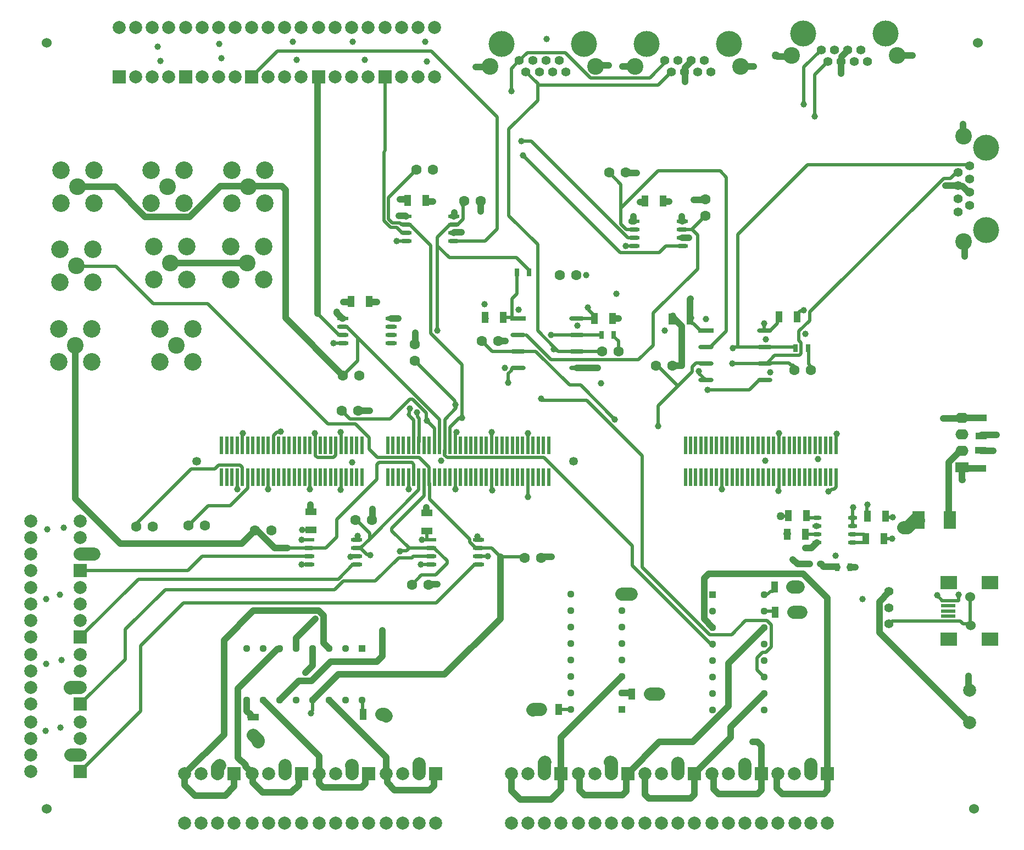
<source format=gtl>
G04*
G04 #@! TF.GenerationSoftware,Altium Limited,Altium Designer,20.1.8 (145)*
G04*
G04 Layer_Physical_Order=1*
G04 Layer_Color=255*
%FSLAX25Y25*%
%MOIN*%
G70*
G04*
G04 #@! TF.SameCoordinates,44B5AA11-E380-4430-9A95-22E2941CD606*
G04*
G04*
G04 #@! TF.FilePolarity,Positive*
G04*
G01*
G75*
%ADD13C,0.01968*%
%ADD20R,0.07480X0.10984*%
%ADD21R,0.04016X0.07165*%
%ADD22R,0.07165X0.04016*%
%ADD23O,0.07087X0.02362*%
%ADD24R,0.07087X0.02362*%
%ADD25O,0.09252X0.02559*%
%ADD26R,0.09252X0.02559*%
%ADD27R,0.02756X0.05118*%
%ADD28R,0.03150X0.03150*%
%ADD29R,0.09843X0.07874*%
%ADD30R,0.09055X0.01968*%
%ADD31O,0.05709X0.02362*%
%ADD32R,0.01968X0.10724*%
%ADD33R,0.01969X0.10724*%
%ADD66C,0.03937*%
%ADD67C,0.07874*%
%ADD68C,0.07874*%
%ADD69R,0.07874X0.07874*%
%ADD70C,0.05512*%
%ADD71C,0.15748*%
%ADD72C,0.10118*%
%ADD73C,0.06299*%
%ADD74R,0.07874X0.07874*%
%ADD75C,0.06000*%
%ADD76R,0.04449X0.04449*%
%ADD77C,0.04449*%
%ADD78R,0.07874X0.06299*%
%ADD79O,0.07874X0.06299*%
%ADD80R,0.04449X0.04449*%
%ADD81C,0.05307*%
%ADD82C,0.00100*%
%ADD83C,0.10630*%
%ADD84C,0.03937*%
%ADD85C,0.05000*%
D13*
X38500Y121441D02*
X73752Y156693D01*
X103703Y161902D02*
X112301Y170500D01*
X38520Y161902D02*
X103703D01*
X65842Y126079D02*
X90158Y150394D01*
X194965Y156693D02*
X203772Y165500D01*
X192863Y150394D02*
X197982Y155512D01*
X73752Y156693D02*
X194965D01*
X90158Y150394D02*
X192863D01*
X578543Y128937D02*
X578740Y128740D01*
X577969Y129511D02*
X578543Y128937D01*
X574032Y129511D02*
X577969D01*
X572441Y131102D02*
X574032Y129511D01*
X564961Y131102D02*
X572441D01*
X561417Y143701D02*
X564961D01*
X558268Y146850D02*
X561417Y143701D01*
X558268Y146850D02*
Y146850D01*
X571260Y143701D02*
Y147244D01*
X564961Y143701D02*
X571260D01*
X529560Y129528D02*
X531135Y131102D01*
X564961D01*
X529134Y129528D02*
X529560D01*
X112301Y170500D02*
X177000D01*
X70709Y188583D02*
X105681Y223555D01*
X104173Y189370D02*
X116061Y201257D01*
X36063Y347008D02*
X36614Y346457D01*
X60236D01*
X82677Y324016D02*
X115748D01*
X60236Y346457D02*
X82677Y324016D01*
X205345Y250953D02*
X213604Y242694D01*
Y235609D02*
Y242694D01*
X188811Y250953D02*
X205345D01*
X213604Y235609D02*
X218685Y230528D01*
X115748Y324016D02*
X188811Y250953D01*
X218685Y230528D02*
X244180D01*
X250204Y221500D02*
Y224503D01*
X244180Y230528D02*
X250204Y224503D01*
Y221500D02*
X250205Y221500D01*
X240756D02*
Y226406D01*
X219657Y227559D02*
X239603D01*
X218504Y226406D02*
X219657Y227559D01*
X218504Y217323D02*
Y226406D01*
X239603Y227559D02*
X240756Y226406D01*
X101181Y142126D02*
X254398D01*
X277772Y165500D01*
X75197Y116142D02*
X101181Y142126D01*
X176955Y175545D02*
X177000Y175500D01*
X164218Y175545D02*
X176955D01*
X164173Y175591D02*
X164218Y175545D01*
X187311Y175500D02*
X194095Y182283D01*
X177000Y175500D02*
X187311D01*
X194095Y182283D02*
Y192913D01*
X218504Y217323D01*
X237606Y211107D02*
X237606Y211107D01*
X243905Y210909D02*
Y221500D01*
X237606Y211107D02*
Y221500D01*
X213953Y180957D02*
X243905Y210909D01*
X142500Y461500D02*
X158165Y477165D01*
X251335D02*
X291339Y437161D01*
X158165Y477165D02*
X251335D01*
X469828Y286500D02*
X471000D01*
X468517Y287811D02*
X469828Y286500D01*
X527465Y194311D02*
X531453D01*
X515844Y194907D02*
Y201671D01*
X515993Y201820D01*
X283500Y315000D02*
X284000Y315500D01*
X283500Y315000D02*
X284252Y314248D01*
X578543Y128937D02*
Y145866D01*
X578346Y146063D02*
X578543Y145866D01*
X250386Y205248D02*
X274606Y181027D01*
Y179189D02*
Y181027D01*
X250386Y205248D02*
Y215000D01*
X462284Y234886D02*
Y245280D01*
X462247Y245317D02*
X462284Y245280D01*
X265953Y234886D02*
Y244727D01*
X266756Y245530D01*
Y246063D01*
X310047Y234886D02*
Y245278D01*
X284252Y314248D02*
Y314961D01*
X196661Y234886D02*
Y245858D01*
X196457Y246063D02*
X196661Y245858D01*
X206059Y170425D02*
X206134Y170500D01*
X202708Y170425D02*
X206059D01*
X202362Y170079D02*
X202708Y170425D01*
X496929Y234886D02*
Y243846D01*
X497316Y244232D01*
Y244765D01*
X525965Y181311D02*
X530953D01*
X459646Y137205D02*
X460236Y136614D01*
X453425Y137205D02*
X459646D01*
X506910Y193811D02*
X507013D01*
X507195Y193993D01*
Y200108D01*
X507480Y200394D01*
X506910Y188811D02*
Y193811D01*
X515844Y194907D02*
X515941Y194811D01*
X176896Y180604D02*
X177000Y180500D01*
X172955Y180604D02*
X176896D01*
X172850Y180709D02*
X172955Y180604D01*
X173228Y186614D02*
X178347D01*
X206134Y180500D02*
X206231D01*
X206413Y180682D01*
Y182791D01*
X206693Y183071D01*
X248911Y180604D02*
X250896D01*
X245774D02*
X248911D01*
X248819Y180697D02*
X248911Y180604D01*
X250896D02*
X251000Y180500D01*
X245669Y180709D02*
X245774Y180604D01*
X248819Y180697D02*
Y185827D01*
X280002Y180500D02*
X280134D01*
X279820Y180682D02*
X280002Y180500D01*
X279820Y180682D02*
Y182341D01*
X279506Y182655D02*
X279820Y182341D01*
X280134Y170500D02*
X280148Y170486D01*
X285813D01*
X285827Y170472D01*
X288000Y234886D02*
Y245874D01*
X288189Y246063D01*
X295276Y315500D02*
X300153D01*
X324000Y305000D02*
X339827D01*
X473512Y317575D02*
X475378Y319441D01*
X476886D02*
X477262Y319818D01*
X475378Y319441D02*
X476886D01*
X339827Y315000D02*
X350488D01*
X346457Y321654D02*
X346833Y321277D01*
Y320230D02*
Y321277D01*
Y320230D02*
X350488Y316575D01*
X208496Y175500D02*
X212360Y171636D01*
X214190D01*
X214567Y171260D01*
X232283Y173594D02*
X232660Y173971D01*
X236471D01*
X240501Y170500D02*
X251000D01*
X239643Y169642D02*
X240501Y170500D01*
X217559Y155512D02*
X231689Y169642D01*
X239643D01*
X236471Y173971D02*
X238000Y175500D01*
X288402Y210630D02*
Y211163D01*
X288000Y211564D02*
Y221500D01*
Y211564D02*
X288402Y211163D01*
X230500Y362000D02*
X236000D01*
X192000Y300000D02*
X197866D01*
X180913Y233508D02*
Y234886D01*
Y245280D01*
X180812Y245382D02*
X180913Y245280D01*
X196514Y210961D02*
X196661Y211108D01*
Y221500D01*
X248442Y253168D02*
Y257588D01*
Y253168D02*
X248819Y252791D01*
X270000Y254547D02*
Y286910D01*
X342055Y274558D02*
X362874Y253740D01*
X345669Y265354D02*
X379528Y231496D01*
X318898Y265354D02*
X345669D01*
X379528Y163891D02*
Y231496D01*
X473512Y316000D02*
Y317575D01*
X427638Y211107D02*
Y221500D01*
X136819Y234886D02*
Y245281D01*
X136912Y245374D01*
X139969Y211817D02*
Y221500D01*
X129409Y201257D02*
X139969Y211817D01*
X133669Y211107D02*
Y221500D01*
X116061Y201257D02*
X129409D01*
X155717Y234886D02*
Y243889D01*
X157655Y245827D01*
X159751D01*
X160128Y246203D01*
X152567Y211107D02*
Y221500D01*
X152567Y211107D02*
X152567Y211107D01*
X177764D02*
Y221500D01*
X177764Y211107D02*
X177764Y211107D01*
X181095Y231702D02*
Y233327D01*
Y231702D02*
X182257Y230540D01*
X192168D01*
X193512Y231883D02*
Y234886D01*
X192168Y230540D02*
X193512Y231883D01*
X180913Y233508D02*
X181095Y233327D01*
X455256Y287811D02*
X468517D01*
X454945Y287500D02*
X455256Y287811D01*
X412142D02*
X417689D01*
X409826Y285495D02*
X412142Y287811D01*
X409826Y282672D02*
Y285495D01*
X417689Y287811D02*
X418000Y287500D01*
X400978Y273825D02*
X409826Y282672D01*
X413779Y281721D02*
Y283070D01*
Y281721D02*
X418000Y277500D01*
X310236Y206693D02*
Y209842D01*
X310047Y210032D02*
X310236Y209842D01*
X310047Y210032D02*
Y221500D01*
X462284Y210315D02*
Y221500D01*
X462205Y210236D02*
X462284Y210315D01*
X255000Y359055D02*
Y364228D01*
Y307500D02*
Y359055D01*
X310827Y342913D02*
Y344094D01*
X303150Y351772D02*
X310827Y344094D01*
X262283Y351772D02*
X303150D01*
X255000Y359055D02*
X262283Y351772D01*
X300654Y315000D02*
X300673D01*
X303346Y329801D02*
Y342913D01*
X300378Y326833D02*
X303346Y329801D01*
X300378Y315295D02*
Y326833D01*
Y315295D02*
X300673Y315000D01*
X302327D01*
X291339Y369291D02*
Y437161D01*
X265134Y362000D02*
X284047D01*
X291339Y369291D01*
X262803Y234886D02*
Y248803D01*
X265953Y211107D02*
Y221500D01*
X496929Y212497D02*
Y221500D01*
X495586Y211154D02*
X496929Y212497D01*
X494364Y211154D02*
X495586D01*
X493052Y209842D02*
X494364Y211154D01*
X492520Y209842D02*
X493052D01*
X120019Y223555D02*
X122310Y225846D01*
X136638Y223059D02*
X136819Y222878D01*
X135475Y225846D02*
X136638Y224684D01*
X122310Y225846D02*
X135475D01*
X105681Y223555D02*
X120019D01*
X136638Y223059D02*
Y224684D01*
X136819Y221500D02*
Y222878D01*
X206886Y296063D02*
Y303343D01*
Y289327D02*
Y296063D01*
X195504Y305000D02*
X197866D01*
X182500Y318004D02*
X195504Y305000D01*
X179409Y76793D02*
Y83189D01*
X178347Y75730D02*
X179409Y76793D01*
X178347Y75197D02*
Y75730D01*
X172850Y165500D02*
X177000D01*
X280134Y175500D02*
X287910D01*
X277878D02*
X280134D01*
X293307Y170079D02*
Y170103D01*
X287910Y175500D02*
X293307Y170103D01*
Y170079D02*
X307716D01*
X308110Y169685D01*
X245540Y159084D02*
X253965D01*
X261057Y166175D01*
X253491Y175371D02*
X261057Y167806D01*
Y166175D02*
Y167806D01*
X251000Y175500D02*
X251129Y175371D01*
X253491D01*
X239606Y153150D02*
X245540Y159084D01*
X213953Y180957D02*
Y184472D01*
X205913Y192512D02*
X213953Y184472D01*
X208496Y175500D02*
X213953Y180957D01*
X238420Y265979D02*
X240051D01*
X242987Y255211D02*
X244087Y254112D01*
X242987Y255211D02*
Y257453D01*
X242610Y257830D02*
X242987Y257453D01*
X226362Y253921D02*
X238420Y265979D01*
X240051D02*
X248442Y257588D01*
X206886Y303343D02*
X256500Y253728D01*
Y242844D02*
Y253728D01*
X237966Y259935D02*
X238342Y260312D01*
X237966Y256966D02*
Y259935D01*
X202221Y253921D02*
X226362D01*
X237500Y256500D02*
X237966Y256966D01*
X197087Y259055D02*
X202221Y253921D01*
X200228Y310000D02*
X206886Y303343D01*
X197874Y280315D02*
X206886Y289327D01*
X288307Y295000D02*
X304000D01*
X282126Y301181D02*
X288307Y295000D01*
X269291Y386614D02*
X270120Y385786D01*
X270661Y375165D02*
Y383296D01*
X270120Y383837D02*
X270661Y383296D01*
X270120Y383837D02*
Y385786D01*
X267496Y372000D02*
X270661Y375165D01*
X265134Y372000D02*
X267496D01*
X409315Y369000D02*
X417717Y377402D01*
X403634Y369000D02*
X409315D01*
X388930Y404413D02*
X426689D01*
X430500Y307193D02*
Y400602D01*
X426689Y404413D02*
X430500Y400602D01*
X325813Y296391D02*
X326190Y296014D01*
X327396D02*
X327802Y295608D01*
X315973Y307437D02*
Y359955D01*
X326416Y296994D02*
X328410Y295000D01*
X315973Y307437D02*
X326416Y296994D01*
X326190Y296014D02*
X327396D01*
X298532Y377396D02*
Y429914D01*
Y377396D02*
X315973Y359955D01*
X298532Y429914D02*
X315973Y447356D01*
X388976Y261823D02*
X400978Y273825D01*
X387795Y286221D02*
X388583D01*
X400978Y273825D01*
X226633Y370079D02*
X230559D01*
X222579Y415889D02*
X223461Y416771D01*
X235871Y367129D02*
X236000Y367000D01*
X233531Y372000D02*
X236000D01*
X222579Y374133D02*
Y415889D01*
X225547Y388303D02*
X242362Y405118D01*
X222579Y374133D02*
X226633Y370079D01*
X230559D02*
X233509Y367129D01*
X225547Y375363D02*
Y388303D01*
X227863Y373047D02*
X232484D01*
X223461Y416771D02*
Y461480D01*
X233509Y367129D02*
X235871D01*
X225547Y375363D02*
X227863Y373047D01*
X232484D02*
X233531Y372000D01*
X359291Y403543D02*
X366520Y396315D01*
Y382003D02*
Y396315D01*
X241339Y289370D02*
X265671Y265038D01*
Y262829D02*
Y265038D01*
Y262829D02*
X266047Y262453D01*
X467441Y194811D02*
X467941Y195311D01*
X463453Y194811D02*
X467441D01*
X277696Y175682D02*
X277878Y175500D01*
X277696Y175682D02*
Y176099D01*
X274606Y179189D02*
X277696Y176099D01*
X247055Y207291D02*
Y221500D01*
X227447Y186053D02*
X238000Y175500D01*
X227447Y186053D02*
Y187683D01*
X247055Y207291D01*
X350488Y315000D02*
Y316575D01*
X453816Y307500D02*
X453827D01*
X453543Y307773D02*
X453816Y307500D01*
X453543Y307773D02*
Y311748D01*
X479787Y408287D02*
X572956D01*
X437500Y366000D02*
X479787Y408287D01*
X437500Y297500D02*
Y366000D01*
X481158Y313713D02*
Y318748D01*
X562413Y400003D01*
X566489D01*
X474565Y301678D02*
X475862Y300381D01*
X459902Y292457D02*
X474700D01*
X474565Y301678D02*
Y307120D01*
X475862Y293619D02*
Y300381D01*
X474565Y307120D02*
X481158Y313713D01*
X437500Y297500D02*
X453827D01*
X366520Y372378D02*
Y382003D01*
X388930Y404413D01*
X369898Y369000D02*
X374500D01*
X366520Y372378D02*
X369898Y369000D01*
X370700Y364000D02*
X374500D01*
X312200Y422500D02*
X370700Y364000D01*
X306000Y422500D02*
X312200D01*
X251047Y305863D02*
Y359315D01*
X238491Y371871D02*
X251047Y359315D01*
X236129Y371871D02*
X238491D01*
X393771Y359000D02*
X403634D01*
X389818Y355047D02*
X393771Y359000D01*
X365953Y355047D02*
X389818D01*
X209409Y83189D02*
X209823Y82776D01*
Y74823D02*
Y82776D01*
Y74823D02*
X210236Y74410D01*
X328780Y77598D02*
X335945D01*
X328740Y77559D02*
X328780Y77598D01*
X453425Y147205D02*
X453900Y147679D01*
X455553D01*
X457244Y149370D01*
X458819D01*
X459842Y150394D01*
Y151969D01*
X314802Y295000D02*
X335244Y274558D01*
X304000Y295000D02*
X314802D01*
X335244Y274558D02*
X342055D01*
X388976Y249606D02*
Y261823D01*
X318110Y266142D02*
X318898Y265354D01*
X420422Y122996D02*
X433587D01*
X442004Y131413D02*
X455168D01*
X457634Y128948D01*
X379528Y163891D02*
X420422Y122996D01*
X449217Y101413D02*
X453425Y97205D01*
X449217Y108948D02*
X452473Y112205D01*
X454377D01*
X457634Y115461D02*
Y128948D01*
X454377Y112205D02*
X457634Y115461D01*
X433587Y122996D02*
X442004Y131413D01*
X449217Y101413D02*
Y108948D01*
X259472Y232064D02*
Y235039D01*
X266424Y260445D02*
Y262076D01*
Y260445D02*
X266435Y260435D01*
X259653Y253654D02*
X266435Y260435D01*
X373446Y164743D02*
X422441Y115748D01*
X251047Y305863D02*
X270000Y286910D01*
X266047Y262453D02*
X266424Y262076D01*
X319759Y230540D02*
X373446Y176852D01*
X422165Y117205D02*
X422441Y116929D01*
X373446Y164743D02*
Y176852D01*
X422441Y115748D02*
Y116929D01*
X260997Y230540D02*
X319759D01*
X259653Y234886D02*
Y253654D01*
X259472Y232064D02*
X260997Y230540D01*
X253354Y234886D02*
Y248220D01*
X248819Y252756D02*
X253354Y248220D01*
X256500Y242844D02*
X256504Y242840D01*
Y234886D02*
Y242840D01*
X262803Y248803D02*
X268547Y254547D01*
X238000Y175500D02*
X251000D01*
X197982Y155512D02*
X217559D01*
X277772Y165500D02*
X280134D01*
X203772D02*
X206134D01*
Y175500D02*
X208496D01*
X38575Y39961D02*
X75197Y76583D01*
Y116142D01*
X38575Y80807D02*
X65842Y108075D01*
Y126079D01*
X377213Y289866D02*
X386000Y298653D01*
X324134Y289866D02*
X377213D01*
X309000Y305000D02*
X324134Y289866D01*
X386000Y298653D02*
Y318092D01*
X315973Y447356D02*
Y456500D01*
Y457432D01*
X386000Y318092D02*
X412953Y345045D01*
Y365637D01*
X403709Y368925D02*
X409665D01*
X403634Y369000D02*
X403709Y368925D01*
X409665D02*
X412953Y365637D01*
X418000Y297500D02*
X421187D01*
X421459Y297773D01*
Y298152D01*
X430500Y307193D01*
X307000Y414000D02*
X365953Y355047D01*
X369500Y359000D02*
X374500D01*
X182500Y460961D02*
X183020Y461480D01*
X152500Y462000D02*
X152520Y461980D01*
X245000Y165500D02*
X251000D01*
X236000Y372000D02*
X236129Y371871D01*
X262772Y372000D02*
X265134D01*
X255000Y364228D02*
X262772Y372000D01*
X197866Y310000D02*
X200228D01*
X244087Y240000D02*
Y254112D01*
X298000Y276000D02*
Y281410D01*
X299953Y283363D01*
Y284139D01*
X383953Y460953D02*
X394500Y471500D01*
X392969D02*
X394500D01*
X309630Y476248D02*
X332787D01*
X316905Y456500D02*
X388992D01*
X304890Y471508D02*
X309630Y476248D01*
X348083Y460953D02*
X383953D01*
X388992Y456500D02*
X396984Y464492D01*
X332787Y476248D02*
X348083Y460953D01*
X300000Y466618D02*
X304890Y471508D01*
X300000Y453000D02*
Y466618D01*
X315973Y457432D02*
X316905Y456500D01*
X328410Y295000D02*
X339827D01*
X308906Y464500D02*
X315973Y457432D01*
X339827Y305000D02*
X354760D01*
X364957Y295043D02*
X365000Y295000D01*
X364957Y295043D02*
Y301102D01*
X362240Y303819D02*
X364957Y301102D01*
X362240Y303819D02*
Y305000D01*
X339827Y295000D02*
X355000D01*
X237500Y256500D02*
X240756Y253244D01*
Y234886D02*
Y253244D01*
X268547Y254547D02*
X270000D01*
X300813Y285000D02*
X304000D01*
X299953Y284139D02*
X300813Y285000D01*
X300153Y315500D02*
X300654Y315000D01*
X484000Y463008D02*
X491984Y470992D01*
X484000Y437500D02*
Y463008D01*
X477500Y445000D02*
Y467531D01*
X487968Y478000D01*
X453827Y287500D02*
X454945D01*
X459902Y292457D01*
X570033Y403547D02*
X570992D01*
X566489Y400003D02*
X570033Y403547D01*
X474700Y292457D02*
X475862Y293619D01*
X434500Y297000D02*
X435033D01*
X435533Y297500D01*
X437500D01*
X577322Y408241D02*
X578000Y407563D01*
X573002Y408241D02*
X577322D01*
X572956Y408287D02*
X573002Y408241D01*
X434000Y287500D02*
X453827D01*
Y297500D02*
X472106D01*
X472500Y297000D02*
Y297106D01*
X472106Y297500D02*
X472500Y297106D01*
X480374Y287126D02*
X481000Y286500D01*
X480374Y287126D02*
Y296606D01*
X479980Y297000D02*
X480374Y296606D01*
X419000Y271500D02*
X444480D01*
X450480Y277500D02*
X453827D01*
X444480Y271500D02*
X450480Y277500D01*
X453827Y307500D02*
X457173D01*
X461465Y311791D01*
Y314976D01*
X462488Y316000D01*
X414653Y307500D02*
X418000D01*
X410252Y311902D02*
X414653Y307500D01*
X409547Y311902D02*
X410252D01*
X478465Y183811D02*
X485453D01*
X479988Y193811D02*
X485453D01*
X478965Y194835D02*
X479988Y193811D01*
X478965Y194835D02*
Y195311D01*
X506910Y178811D02*
X513917D01*
X514941Y179835D01*
Y181311D01*
X506910Y183811D02*
X513917D01*
X514941Y182787D01*
Y181311D02*
Y182787D01*
X526965Y194811D02*
X527465Y194311D01*
D20*
X546951Y192500D02*
D03*
X566049D02*
D03*
D21*
X317717Y77559D02*
D03*
X328740D02*
D03*
X221260Y74410D02*
D03*
X210236D02*
D03*
X248031Y386614D02*
D03*
X237008D02*
D03*
X361512Y315000D02*
D03*
X350488D02*
D03*
X284000Y315500D02*
D03*
X295024D02*
D03*
X471260Y136614D02*
D03*
X460236D02*
D03*
X526965Y194811D02*
D03*
X515941D02*
D03*
X525965Y181311D02*
D03*
X514941D02*
D03*
X467441Y183811D02*
D03*
X478465D02*
D03*
X381102Y386221D02*
D03*
X392126D02*
D03*
X462488Y316000D02*
D03*
X473512D02*
D03*
X478965Y195311D02*
D03*
X467941D02*
D03*
X408524Y314500D02*
D03*
X397500D02*
D03*
X459842Y151969D02*
D03*
X470866D02*
D03*
X202756Y325197D02*
D03*
X213779D02*
D03*
X373228Y87008D02*
D03*
X384252D02*
D03*
D22*
X143307Y61811D02*
D03*
Y72835D02*
D03*
X178347Y197638D02*
D03*
Y186614D02*
D03*
X584646Y224016D02*
D03*
Y235039D02*
D03*
X585039Y254724D02*
D03*
Y243701D02*
D03*
X248819Y185827D02*
D03*
Y196850D02*
D03*
D23*
X403634Y359000D02*
D03*
Y364000D02*
D03*
Y369000D02*
D03*
Y374000D02*
D03*
X374500Y359000D02*
D03*
Y364000D02*
D03*
Y369000D02*
D03*
X206134Y165500D02*
D03*
Y170500D02*
D03*
Y175500D02*
D03*
Y180500D02*
D03*
X177000Y165500D02*
D03*
Y170500D02*
D03*
Y175500D02*
D03*
X251000D02*
D03*
Y170500D02*
D03*
Y165500D02*
D03*
X280134Y180500D02*
D03*
Y175500D02*
D03*
Y170500D02*
D03*
Y165500D02*
D03*
X236000Y372000D02*
D03*
Y367000D02*
D03*
Y362000D02*
D03*
X265134Y377000D02*
D03*
Y372000D02*
D03*
Y367000D02*
D03*
Y362000D02*
D03*
X197866Y310000D02*
D03*
Y305000D02*
D03*
Y300000D02*
D03*
X227000Y315000D02*
D03*
Y310000D02*
D03*
Y305000D02*
D03*
Y300000D02*
D03*
D24*
X374500Y374000D02*
D03*
X177000Y180500D02*
D03*
X251000D02*
D03*
X236000Y377000D02*
D03*
X197866Y315000D02*
D03*
D25*
X453827Y277500D02*
D03*
Y287500D02*
D03*
Y297500D02*
D03*
Y307500D02*
D03*
X418000Y277500D02*
D03*
Y287500D02*
D03*
Y297500D02*
D03*
X339827Y285000D02*
D03*
Y295000D02*
D03*
Y305000D02*
D03*
Y315000D02*
D03*
X304000Y285000D02*
D03*
Y295000D02*
D03*
Y305000D02*
D03*
D26*
X418000Y307500D02*
D03*
X304000Y315000D02*
D03*
D27*
X479980Y297000D02*
D03*
X472500D02*
D03*
X362240Y305000D02*
D03*
X354760D02*
D03*
X497835Y163779D02*
D03*
X505315D02*
D03*
X303346Y342913D02*
D03*
X310827D02*
D03*
D28*
X481004Y165748D02*
D03*
X487500D02*
D03*
D29*
X590551Y154724D02*
D03*
X565354D02*
D03*
Y120079D02*
D03*
X590551D02*
D03*
D30*
X564961Y131102D02*
D03*
Y134252D02*
D03*
Y137402D02*
D03*
Y140551D02*
D03*
Y143701D02*
D03*
D31*
X506910Y178811D02*
D03*
Y183811D02*
D03*
Y188811D02*
D03*
Y193811D02*
D03*
X485453Y178811D02*
D03*
Y183811D02*
D03*
Y188811D02*
D03*
Y193811D02*
D03*
D32*
X496929Y237886D02*
D03*
Y218500D02*
D03*
X493780Y237886D02*
D03*
Y218500D02*
D03*
X490630Y237886D02*
D03*
Y218500D02*
D03*
X487480Y237886D02*
D03*
Y218500D02*
D03*
X484331Y237886D02*
D03*
Y218500D02*
D03*
X481181Y237886D02*
D03*
Y218500D02*
D03*
X478031Y237886D02*
D03*
Y218500D02*
D03*
X474882Y237886D02*
D03*
Y218500D02*
D03*
X471732Y237886D02*
D03*
Y218500D02*
D03*
X468583Y237886D02*
D03*
Y218500D02*
D03*
X465433D02*
D03*
X462284Y237886D02*
D03*
Y218500D02*
D03*
X459134Y237886D02*
D03*
Y218500D02*
D03*
X455984Y237886D02*
D03*
Y218500D02*
D03*
X452835Y237886D02*
D03*
Y218500D02*
D03*
X449685Y237886D02*
D03*
Y218500D02*
D03*
X446535Y237886D02*
D03*
Y218500D02*
D03*
X443386Y237886D02*
D03*
Y218500D02*
D03*
X440236Y237886D02*
D03*
Y218500D02*
D03*
X437087Y237886D02*
D03*
Y218500D02*
D03*
X433937Y237886D02*
D03*
Y218500D02*
D03*
X430787Y237886D02*
D03*
Y218500D02*
D03*
X427638Y237886D02*
D03*
Y218500D02*
D03*
X424488Y237886D02*
D03*
Y218500D02*
D03*
X421339Y237886D02*
D03*
Y218500D02*
D03*
X418189Y237886D02*
D03*
Y218500D02*
D03*
X415039Y237886D02*
D03*
Y218500D02*
D03*
X411890Y237886D02*
D03*
Y218500D02*
D03*
X408740Y237886D02*
D03*
Y218500D02*
D03*
X405590Y237886D02*
D03*
X405590Y218500D02*
D03*
X322646Y237886D02*
D03*
Y218500D02*
D03*
X319496Y237886D02*
D03*
Y218500D02*
D03*
X316347Y237886D02*
D03*
Y218500D02*
D03*
X313197Y237886D02*
D03*
Y218500D02*
D03*
X310047Y237886D02*
D03*
Y218500D02*
D03*
X306898Y237886D02*
D03*
Y218500D02*
D03*
X303748Y237886D02*
D03*
Y218500D02*
D03*
X300598Y237886D02*
D03*
Y218500D02*
D03*
X297449Y237886D02*
D03*
Y218500D02*
D03*
X294299Y237886D02*
D03*
Y218500D02*
D03*
X291150Y237886D02*
D03*
Y218500D02*
D03*
X288000Y237886D02*
D03*
Y218500D02*
D03*
X284850Y237886D02*
D03*
Y218500D02*
D03*
X281701Y237886D02*
D03*
Y218500D02*
D03*
X278551Y237886D02*
D03*
Y218500D02*
D03*
X275402Y237886D02*
D03*
Y218500D02*
D03*
X272252Y237886D02*
D03*
Y218500D02*
D03*
X269102Y237886D02*
D03*
Y218500D02*
D03*
X265953Y237886D02*
D03*
X262803D02*
D03*
Y218500D02*
D03*
X259653Y237886D02*
D03*
Y218500D02*
D03*
X256504Y237886D02*
D03*
Y218500D02*
D03*
X253354Y237886D02*
D03*
Y218500D02*
D03*
X250205Y237886D02*
D03*
X247055D02*
D03*
Y218500D02*
D03*
X243905Y237886D02*
D03*
Y218500D02*
D03*
X240756Y237886D02*
D03*
Y218500D02*
D03*
X237606Y237886D02*
D03*
Y218500D02*
D03*
X234457Y237886D02*
D03*
Y218500D02*
D03*
X231307Y237886D02*
D03*
Y218500D02*
D03*
X228157Y237886D02*
D03*
Y218500D02*
D03*
X225008Y237886D02*
D03*
Y218500D02*
D03*
X209260Y237886D02*
D03*
Y218500D02*
D03*
X206110Y237886D02*
D03*
Y218500D02*
D03*
X202961Y237886D02*
D03*
Y218500D02*
D03*
X199811Y237886D02*
D03*
Y218500D02*
D03*
X196661Y237886D02*
D03*
Y218500D02*
D03*
X193512Y237886D02*
D03*
Y218500D02*
D03*
X190362Y237886D02*
D03*
Y218500D02*
D03*
X187213Y237886D02*
D03*
Y218500D02*
D03*
X184063Y237886D02*
D03*
Y218500D02*
D03*
X180913Y237886D02*
D03*
Y218500D02*
D03*
X177764Y237886D02*
D03*
Y218500D02*
D03*
X174614Y237886D02*
D03*
Y218500D02*
D03*
X171465Y237886D02*
D03*
Y218500D02*
D03*
X168315Y237886D02*
D03*
Y218500D02*
D03*
X165165Y237886D02*
D03*
Y218500D02*
D03*
X162016Y237886D02*
D03*
Y218500D02*
D03*
X158866Y237886D02*
D03*
Y218500D02*
D03*
X155717Y237886D02*
D03*
Y218500D02*
D03*
X152567Y237886D02*
D03*
Y218500D02*
D03*
X149417Y237886D02*
D03*
Y218500D02*
D03*
X146268Y237886D02*
D03*
Y218500D02*
D03*
X143118Y237886D02*
D03*
Y218500D02*
D03*
X139969Y237886D02*
D03*
X139969Y218500D02*
D03*
X136819Y237886D02*
D03*
Y218500D02*
D03*
X133669Y237886D02*
D03*
X133669Y218500D02*
D03*
X130520Y237886D02*
D03*
Y218500D02*
D03*
X127370Y237886D02*
D03*
Y218500D02*
D03*
X124221Y237886D02*
D03*
Y218500D02*
D03*
D33*
X465433Y237886D02*
D03*
X265953Y218500D02*
D03*
X250205D02*
D03*
D66*
X104770Y376598D02*
X123447Y395276D01*
X140157D02*
X140551Y394882D01*
X123447Y395276D02*
X140157D01*
X140551Y394882D02*
X140945Y395276D01*
X160686D01*
X162992Y392969D01*
Y315197D02*
Y392969D01*
X77908Y376598D02*
X104770D01*
X36614Y394882D02*
X59624D01*
X77908Y376598D01*
X162992Y315197D02*
X197874Y280315D01*
X194095Y318150D02*
X197244Y315000D01*
X194095Y318150D02*
Y318898D01*
X62811Y178134D02*
X136402D01*
X35433Y205512D02*
Y298425D01*
Y205512D02*
X62811Y178134D01*
X136402D02*
X144488Y186221D01*
X93071Y348661D02*
X93189Y348543D01*
X139646D01*
X139764Y348425D01*
X169409Y120984D02*
X181102Y132677D01*
X169409Y114449D02*
Y120984D01*
X186039Y117819D02*
Y134722D01*
X143464Y137614D02*
X183147D01*
X125591Y119741D02*
X143464Y137614D01*
X186039Y117819D02*
X189409Y114449D01*
X183147Y137614D02*
X186039Y134722D01*
X145836Y186221D02*
X156466Y175591D01*
X144488Y186221D02*
X145836D01*
X156466Y175591D02*
X164173D01*
X470866Y168504D02*
X473622Y165748D01*
X481004D01*
X487500D02*
X487992D01*
X489370Y164370D01*
X497244D01*
X497835Y163779D01*
Y163779D02*
Y163779D01*
X491890Y28684D02*
Y38484D01*
X419629Y159843D02*
X477165D01*
X491890Y145118D01*
Y38484D02*
Y145118D01*
X397500Y316185D02*
X403543Y310142D01*
X416972Y157186D02*
X419629Y159843D01*
X416972Y132536D02*
Y157186D01*
X523410Y143062D02*
X529134Y148786D01*
X523410Y124228D02*
Y143062D01*
Y124228D02*
X577953Y69685D01*
X585433Y244094D02*
X594488D01*
X585039Y243701D02*
X585433Y244094D01*
X585039Y234646D02*
X592520D01*
X584646Y235039D02*
X585039Y234646D01*
X141732Y72835D02*
X143307D01*
X141693Y72874D02*
X141732Y72835D01*
X141693Y72874D02*
Y74449D01*
X139507Y76634D02*
X141693Y74449D01*
X139507Y76634D02*
Y83091D01*
X139409Y83189D02*
X139507Y83091D01*
X373228Y87008D02*
Y87461D01*
X373189Y87501D02*
X373228Y87461D01*
X367303Y87501D02*
X373189D01*
X367205Y87598D02*
X367303Y87501D01*
X485354Y178811D02*
X485453D01*
X482134Y175591D02*
X485354Y178811D01*
X478346Y175591D02*
X482134D01*
X403543Y286221D02*
Y310142D01*
X573551Y217000D02*
Y224449D01*
Y217000D02*
X573622Y216929D01*
X403634Y364000D02*
X403854Y363779D01*
X407874D01*
X403543Y374091D02*
X403634Y374000D01*
X403543Y374091D02*
Y376772D01*
X373244Y374016D02*
X374484D01*
X373228D02*
X373244D01*
X374016Y374787D01*
Y376772D01*
X374484Y374016D02*
X374500Y374000D01*
X381102Y385472D02*
Y386221D01*
X381063Y385433D02*
X381102Y385472D01*
X377953Y385433D02*
X381063D01*
X265134Y367000D02*
X265457Y367323D01*
X269685D01*
X265134Y377000D02*
X265354Y377221D01*
Y379134D01*
X235835Y377165D02*
X236000Y377000D01*
X231890Y377165D02*
X235835D01*
X237008Y386614D02*
Y387362D01*
X236968Y387402D02*
X237008Y387362D01*
X232283Y387402D02*
X236968D01*
X202756Y324843D02*
Y325197D01*
X202716Y324803D02*
X202756Y324843D01*
X198031Y324803D02*
X202716D01*
X197244Y315000D02*
X197866D01*
X227000D02*
X227039Y314961D01*
X231496D01*
X451870Y38484D02*
Y55620D01*
X446520Y57926D02*
X449564D01*
X451870Y28684D02*
Y38484D01*
X449564Y57926D02*
X451870Y55620D01*
X408524Y314500D02*
Y326634D01*
X361512Y315000D02*
X365000D01*
X408524Y326634D02*
X408661Y326772D01*
X215748Y192756D02*
Y199213D01*
X215512Y192520D02*
X215748Y192756D01*
X565354Y227537D02*
X572266Y234449D01*
X565354Y195617D02*
Y227537D01*
X318504Y170079D02*
X324410D01*
X318110Y169685D02*
X318504Y170079D01*
X177953Y197677D02*
X177992Y197638D01*
X178347D01*
X177953Y197677D02*
Y201969D01*
X259449Y98819D02*
X293307Y132677D01*
Y170079D01*
X249606Y153150D02*
X250000Y153543D01*
X255118D01*
X207087Y259055D02*
X214173D01*
X292126Y301181D02*
X296457D01*
X281260Y386221D02*
X281496Y385984D01*
Y379921D02*
Y385984D01*
X417323Y387008D02*
X417717Y387402D01*
X410630Y387008D02*
X417323D01*
X397795Y286221D02*
X403543D01*
X369291Y403543D02*
X369685Y403150D01*
X375984D01*
X241339Y299370D02*
X241732Y299764D01*
Y306299D01*
X505315Y163779D02*
X508661D01*
X248465Y196850D02*
X248819D01*
X248425Y196890D02*
X248465Y196850D01*
X248425Y196890D02*
Y200394D01*
X213779Y324843D02*
Y325197D01*
Y324843D02*
X213819Y324803D01*
X218504D01*
X573551Y254449D02*
X573787Y254685D01*
X583425D01*
X583465Y254724D01*
X583032Y224055D02*
X583071Y224016D01*
X573945Y224055D02*
X583032D01*
X573551Y224449D02*
X573945Y224055D01*
X577559Y89764D02*
X577953Y89370D01*
X577559Y89764D02*
Y98032D01*
X529134Y148786D02*
Y149213D01*
X572266Y234449D02*
X573551D01*
X573433Y254331D02*
X573551Y254449D01*
X562205Y254331D02*
X573433D01*
X574000Y425973D02*
Y433000D01*
X392126Y385866D02*
Y386221D01*
Y385866D02*
X392165Y385827D01*
X395669D01*
X248031Y385866D02*
Y386614D01*
Y385866D02*
X248071Y385827D01*
X252362D01*
X142598Y38583D02*
Y39054D01*
X138795Y42857D02*
X142598Y39054D01*
X134216Y48328D02*
Y90399D01*
Y48328D02*
X138795Y43749D01*
Y42857D02*
Y43749D01*
X339827Y285000D02*
X352500D01*
X410107Y57802D02*
X431717Y79413D01*
Y105497D02*
X453425Y127205D01*
X431717Y79413D02*
Y105497D01*
X416972Y132536D02*
X422165Y127343D01*
Y127205D02*
Y127343D01*
X433238Y67018D02*
X453425Y87205D01*
X433238Y60640D02*
Y67018D01*
X411181Y38583D02*
X433238Y60640D01*
X370630Y38583D02*
X389850Y57802D01*
X410107D01*
X330079Y38583D02*
Y60473D01*
X367205Y97598D01*
X464399Y26378D02*
X489583D01*
X491890Y28684D01*
X461136Y29640D02*
X464399Y26378D01*
X461136Y37731D02*
X461890Y38484D01*
X461136Y29640D02*
Y37731D01*
X425591Y26378D02*
X449564D01*
X451870Y28684D01*
X421870Y38484D02*
X422623Y37731D01*
Y29345D02*
Y37731D01*
Y29345D02*
X425591Y26378D01*
X383487Y23622D02*
X408875D01*
X411181Y25928D02*
Y38583D01*
X408875Y23622D02*
X411181Y25928D01*
X381181D02*
Y38583D01*
Y25928D02*
X383487Y23622D01*
X369685Y37638D02*
X370630Y38583D01*
X369685Y27953D02*
Y37638D01*
X344488Y25591D02*
X367323D01*
X369685Y27953D01*
X340630Y38583D02*
X341339Y37874D01*
Y28740D02*
Y37874D01*
Y28740D02*
X344488Y25591D01*
X330079Y28898D02*
Y38583D01*
X324016Y22835D02*
X330079Y28898D01*
X305512Y22835D02*
X324016D01*
X300079Y28268D02*
X305512Y22835D01*
X300079Y28268D02*
Y38583D01*
X179409Y83189D02*
X195039Y98819D01*
X259449D01*
X190551Y106693D02*
X218504D01*
X178848Y94990D02*
X190551Y106693D01*
X218504D02*
X221654Y109843D01*
Y125591D01*
X183307Y38583D02*
X183391Y38499D01*
X183307Y37517D02*
Y49291D01*
X149409Y83189D02*
X183307Y49291D01*
X159409Y83189D02*
X171210Y94990D01*
X178848D01*
X179409Y104213D02*
Y114449D01*
X175197Y100000D02*
X179409Y104213D01*
X125591Y62283D02*
Y119741D01*
X101890Y38583D02*
X125591Y62283D01*
X134216Y90399D02*
X158169Y114351D01*
X229134Y28740D02*
X250394D01*
X252990Y31336D01*
Y37478D01*
X254095Y38583D01*
X224095D02*
X224716Y37962D01*
Y33158D02*
Y37962D01*
Y33158D02*
X229134Y28740D01*
X185697Y30315D02*
X209032D01*
X211339Y32621D01*
Y36614D01*
X213307Y38583D01*
X183391Y32621D02*
Y38499D01*
Y32621D02*
X185697Y30315D01*
X149213Y27165D02*
X166535D01*
X171100Y37084D02*
X172598Y38583D01*
X171100Y31730D02*
Y37084D01*
X166535Y27165D02*
X171100Y31730D01*
X142598Y38583D02*
X143220Y37962D01*
Y33158D02*
Y37962D01*
Y33158D02*
X149213Y27165D01*
X101890Y31440D02*
Y38583D01*
X131890Y30796D02*
Y38583D01*
X101890Y31440D02*
X108133Y25197D01*
X126291D01*
X131890Y30796D01*
X159311Y114351D02*
X159409Y114449D01*
X158169Y114351D02*
X159311D01*
X224095Y38583D02*
Y48504D01*
X189409Y83189D02*
X224095Y48504D01*
X182500Y318004D02*
Y460961D01*
X469472Y473912D02*
X470055Y474496D01*
X461375Y473912D02*
X469472D01*
X460788Y474500D02*
X461375Y473912D01*
X460500Y474500D02*
X460788D01*
X286472Y467500D02*
X286976Y468004D01*
X278500Y467500D02*
X286472D01*
X405016Y464492D02*
X405317Y464191D01*
Y458683D02*
Y464191D01*
Y458683D02*
X405500Y458500D01*
X409031Y471074D02*
Y471500D01*
X405317Y467359D02*
X409031Y471074D01*
X439071Y467996D02*
X439075Y468000D01*
X447000D01*
X375051D02*
X375055Y467996D01*
X367500Y468000D02*
X375051D01*
X350992Y468004D02*
X351488Y468500D01*
X359000D01*
X534075Y474500D02*
X543500D01*
X534071Y474496D02*
X534075Y474500D01*
X500000Y463500D02*
Y470976D01*
X500016Y470992D01*
X570976Y395500D02*
X570992Y395516D01*
X563500Y395500D02*
X570976D01*
X577574Y391500D02*
X578000D01*
X573859Y395214D02*
X577574Y391500D01*
X574496Y361461D02*
X575000Y360957D01*
Y352500D02*
Y360957D01*
X574000Y425973D02*
X574496Y425476D01*
X504032Y477574D02*
Y478000D01*
X500317Y473859D02*
X504032Y477574D01*
D67*
X538189Y187795D02*
X540455D01*
X545573Y192913D01*
X546754Y191732D01*
X546951Y191929D01*
Y192500D01*
X32677Y50000D02*
X32717Y49961D01*
X38575D01*
X471260Y136614D02*
X475591D01*
X313386Y77559D02*
X317717D01*
X312992Y77165D02*
X313386Y77559D01*
X221260Y74410D02*
X223228D01*
X224016Y73622D01*
X470866Y151969D02*
X474016D01*
X384252Y87008D02*
X389370D01*
X372795Y147598D02*
X372835Y147638D01*
X367205Y147598D02*
X372795D01*
X121890Y38583D02*
Y42399D01*
X123013Y43523D01*
X146315Y57874D02*
Y58803D01*
X143307Y61811D02*
X146315Y58803D01*
X244094Y38583D02*
Y44488D01*
X203307Y38583D02*
Y43543D01*
X203150Y43701D02*
X203307Y43543D01*
X481890Y38484D02*
Y44094D01*
X441870Y38484D02*
Y43957D01*
X441732Y44094D02*
X441870Y43957D01*
X401181Y38583D02*
Y44882D01*
X360630Y38583D02*
Y45276D01*
X360236Y45669D02*
X360630Y45276D01*
X320079Y38583D02*
Y45276D01*
X320472Y45669D01*
X32539Y90807D02*
X38575D01*
X32283Y90551D02*
X32539Y90807D01*
X38520Y171902D02*
X46705D01*
X46850Y172047D01*
X162598Y38583D02*
Y43701D01*
D68*
X8500Y181882D02*
D03*
Y171941D02*
D03*
X8520Y191902D02*
D03*
Y161902D02*
D03*
X38520Y191902D02*
D03*
Y181902D02*
D03*
Y171902D02*
D03*
X577953Y69685D02*
D03*
Y89370D02*
D03*
X481890Y38484D02*
D03*
X471890D02*
D03*
X461890D02*
D03*
X491890Y8484D02*
D03*
X461890D02*
D03*
X481850Y8465D02*
D03*
X471910D02*
D03*
X431890D02*
D03*
X441831D02*
D03*
X421870Y8484D02*
D03*
X451870D02*
D03*
X421870Y38484D02*
D03*
X431870D02*
D03*
X441870D02*
D03*
X401181Y38583D02*
D03*
X391181D02*
D03*
X381181D02*
D03*
X411181Y8583D02*
D03*
X381181D02*
D03*
X401142Y8563D02*
D03*
X391201D02*
D03*
X350650D02*
D03*
X360591D02*
D03*
X340630Y8583D02*
D03*
X370630D02*
D03*
X340630Y38583D02*
D03*
X350630D02*
D03*
X360630D02*
D03*
X320079D02*
D03*
X310079D02*
D03*
X300079D02*
D03*
X330079Y8583D02*
D03*
X300079D02*
D03*
X320039Y8563D02*
D03*
X310098D02*
D03*
X111909D02*
D03*
X121850D02*
D03*
X101890Y8583D02*
D03*
X131890D02*
D03*
X101890Y38583D02*
D03*
X111890D02*
D03*
X121890D02*
D03*
X162598D02*
D03*
X152598D02*
D03*
X142598D02*
D03*
X172598Y8583D02*
D03*
X142598D02*
D03*
X162559Y8563D02*
D03*
X152618D02*
D03*
X193327D02*
D03*
X203268D02*
D03*
X183307Y8583D02*
D03*
X213307D02*
D03*
X183307Y38583D02*
D03*
X193307D02*
D03*
X203307D02*
D03*
X244094D02*
D03*
X234095D02*
D03*
X224095D02*
D03*
X254095Y8583D02*
D03*
X224095D02*
D03*
X244055Y8563D02*
D03*
X234114D02*
D03*
X243441Y491500D02*
D03*
X233500D02*
D03*
X253461Y491480D02*
D03*
X223461D02*
D03*
X253461Y461480D02*
D03*
X243461D02*
D03*
X233461D02*
D03*
X112520D02*
D03*
X122520D02*
D03*
X132520D02*
D03*
X102520Y491480D02*
D03*
X132520D02*
D03*
X112559Y491500D02*
D03*
X122500D02*
D03*
X162480Y491520D02*
D03*
X152539D02*
D03*
X172500Y491500D02*
D03*
X142500D02*
D03*
X172500Y461500D02*
D03*
X162500D02*
D03*
X152500D02*
D03*
X72020Y461480D02*
D03*
X82020D02*
D03*
X92020D02*
D03*
X62020Y491480D02*
D03*
X92020D02*
D03*
X72059Y491500D02*
D03*
X82000D02*
D03*
X203000D02*
D03*
X193059D02*
D03*
X213020Y491480D02*
D03*
X183020D02*
D03*
X213020Y461480D02*
D03*
X203020D02*
D03*
X193020D02*
D03*
X8555Y100787D02*
D03*
Y90847D02*
D03*
X8575Y110807D02*
D03*
Y80807D02*
D03*
X38575Y110807D02*
D03*
Y100807D02*
D03*
Y90807D02*
D03*
X38500Y131441D02*
D03*
Y141441D02*
D03*
Y151441D02*
D03*
X8500Y121441D02*
D03*
Y151441D02*
D03*
X8480Y131480D02*
D03*
Y141421D02*
D03*
X8555Y59941D02*
D03*
Y50000D02*
D03*
X8575Y69961D02*
D03*
Y39961D02*
D03*
X38575Y69961D02*
D03*
Y59961D02*
D03*
Y49961D02*
D03*
D69*
X38520Y161902D02*
D03*
X38575Y80807D02*
D03*
X38500Y121441D02*
D03*
X38575Y39961D02*
D03*
D70*
X421079Y464492D02*
D03*
X413047D02*
D03*
X405016D02*
D03*
X396984D02*
D03*
X417063Y471500D02*
D03*
X409031D02*
D03*
X401000D02*
D03*
X392969D02*
D03*
X333000Y464500D02*
D03*
X324969D02*
D03*
X316937D02*
D03*
X308906D02*
D03*
X328984Y471508D02*
D03*
X320953D02*
D03*
X312921D02*
D03*
X304890D02*
D03*
X570992Y379453D02*
D03*
Y387484D02*
D03*
Y395516D02*
D03*
Y403547D02*
D03*
X578000Y383469D02*
D03*
Y391500D02*
D03*
Y399532D02*
D03*
Y407563D02*
D03*
X516079Y470992D02*
D03*
X508047D02*
D03*
X500016D02*
D03*
X491984D02*
D03*
X512063Y478000D02*
D03*
X504032D02*
D03*
X496000D02*
D03*
X487968D02*
D03*
X529134Y129528D02*
D03*
Y139370D02*
D03*
Y149213D02*
D03*
D71*
X432063Y481500D02*
D03*
X382063D02*
D03*
X343984Y481508D02*
D03*
X293984D02*
D03*
X588000Y368468D02*
D03*
Y418469D02*
D03*
X527063Y488000D02*
D03*
X477063D02*
D03*
D72*
X439071Y467996D02*
D03*
X375055D02*
D03*
X350992Y468004D02*
D03*
X286976D02*
D03*
X574496Y361461D02*
D03*
Y425476D02*
D03*
X534071Y474496D02*
D03*
X470055D02*
D03*
X93071Y348661D02*
D03*
X140551Y394882D02*
D03*
X139764Y348425D02*
D03*
X36614Y394882D02*
D03*
X96850Y298425D02*
D03*
X35433D02*
D03*
X36063Y347008D02*
D03*
X91339Y394882D02*
D03*
D73*
X417717Y387402D02*
D03*
Y377402D02*
D03*
X397795Y286221D02*
D03*
X387795D02*
D03*
X154488Y186221D02*
D03*
X144488D02*
D03*
X215512Y192520D02*
D03*
X205512D02*
D03*
X207874Y280315D02*
D03*
X197874D02*
D03*
X249606Y153150D02*
D03*
X239606D02*
D03*
X481653Y283465D02*
D03*
X471654D02*
D03*
X365000Y295000D02*
D03*
X355000D02*
D03*
X207087Y259055D02*
D03*
X197087D02*
D03*
X241339Y299370D02*
D03*
Y289370D02*
D03*
X292126Y301181D02*
D03*
X282126D02*
D03*
X359291Y403543D02*
D03*
X369291D02*
D03*
X242362Y405118D02*
D03*
X252362D02*
D03*
X329528Y341339D02*
D03*
X339528D02*
D03*
X271260Y386221D02*
D03*
X281260D02*
D03*
X104173Y189370D02*
D03*
X114173D02*
D03*
X72284Y188583D02*
D03*
X82284D02*
D03*
X308110Y169685D02*
D03*
X318110D02*
D03*
D74*
X491890Y38484D02*
D03*
X451870D02*
D03*
X411181Y38583D02*
D03*
X370630D02*
D03*
X330079D02*
D03*
X131890D02*
D03*
X172598D02*
D03*
X213307D02*
D03*
X254095D02*
D03*
X223461Y461480D02*
D03*
X102520D02*
D03*
X142500Y461500D02*
D03*
X62020Y461480D02*
D03*
X183020D02*
D03*
D75*
X578346Y146063D02*
D03*
X578740Y128740D02*
D03*
X18087Y17400D02*
D03*
Y482400D02*
D03*
X583087D02*
D03*
X580587Y17400D02*
D03*
D76*
X209409Y114449D02*
D03*
D77*
X199409D02*
D03*
X189409D02*
D03*
X179409D02*
D03*
X169409D02*
D03*
X159409D02*
D03*
X149409D02*
D03*
X139409D02*
D03*
Y83189D02*
D03*
X149409D02*
D03*
X159409D02*
D03*
X169409D02*
D03*
X179409D02*
D03*
X189409D02*
D03*
X199409D02*
D03*
X209409D02*
D03*
X422165Y137205D02*
D03*
Y127205D02*
D03*
Y117205D02*
D03*
Y107205D02*
D03*
Y97205D02*
D03*
Y87205D02*
D03*
Y77205D02*
D03*
X453425D02*
D03*
Y87205D02*
D03*
Y97205D02*
D03*
Y107205D02*
D03*
Y117205D02*
D03*
Y127205D02*
D03*
Y137205D02*
D03*
Y147205D02*
D03*
X367205Y87598D02*
D03*
Y97598D02*
D03*
Y107598D02*
D03*
Y117598D02*
D03*
Y127598D02*
D03*
Y137598D02*
D03*
Y147598D02*
D03*
X335945D02*
D03*
Y137598D02*
D03*
Y127598D02*
D03*
Y117598D02*
D03*
Y107598D02*
D03*
Y97598D02*
D03*
Y87598D02*
D03*
Y77598D02*
D03*
D78*
X573551Y224449D02*
D03*
D79*
Y234449D02*
D03*
Y244449D02*
D03*
Y254449D02*
D03*
D80*
X422165Y147205D02*
D03*
X367205Y77598D02*
D03*
D81*
X337804Y228193D02*
D03*
X109063D02*
D03*
D82*
X502835Y234098D02*
D03*
X399685Y228193D02*
D03*
X328552Y234098D02*
D03*
X118315Y228193D02*
D03*
D83*
X83071Y338661D02*
D03*
X103071D02*
D03*
Y358661D02*
D03*
X83071D02*
D03*
X130551Y384882D02*
D03*
X150551D02*
D03*
Y404882D02*
D03*
X130551D02*
D03*
X129764Y338425D02*
D03*
X149764D02*
D03*
Y358425D02*
D03*
X129764D02*
D03*
X26614Y384882D02*
D03*
X46614D02*
D03*
Y404882D02*
D03*
X26614D02*
D03*
X86850Y288425D02*
D03*
X106850D02*
D03*
Y308425D02*
D03*
X86850D02*
D03*
X25433Y288425D02*
D03*
X45433D02*
D03*
Y308425D02*
D03*
X25433D02*
D03*
X26063Y337008D02*
D03*
X46063D02*
D03*
Y357008D02*
D03*
X26063D02*
D03*
X81339Y384882D02*
D03*
X101339D02*
D03*
Y404882D02*
D03*
X81339D02*
D03*
D84*
X558268Y146850D02*
D03*
X571260Y147244D02*
D03*
X194095Y318898D02*
D03*
X181102Y132677D02*
D03*
X237606Y211107D02*
D03*
X87008Y471260D02*
D03*
X17323Y64567D02*
D03*
X26378Y66535D02*
D03*
X17717Y105118D02*
D03*
X27165Y107480D02*
D03*
X17717Y144488D02*
D03*
X25984Y147244D02*
D03*
X28346Y187795D02*
D03*
X18504Y187008D02*
D03*
X85433Y479921D02*
D03*
X122835Y481496D02*
D03*
X124016Y472835D02*
D03*
X248819Y470866D02*
D03*
X247638Y483071D02*
D03*
X211024Y472047D02*
D03*
X203839Y482776D02*
D03*
X169685Y472047D02*
D03*
X167323Y483071D02*
D03*
X538189Y187795D02*
D03*
X531453Y194311D02*
D03*
X515993Y201820D02*
D03*
X496850Y170866D02*
D03*
X512992Y144488D02*
D03*
X594488Y244094D02*
D03*
X592520Y234646D02*
D03*
X203543Y227559D02*
D03*
X462247Y245317D02*
D03*
X257343Y228603D02*
D03*
X266756Y246063D02*
D03*
X310047Y245278D02*
D03*
X283858Y323622D02*
D03*
X284252Y314961D02*
D03*
X478346Y175591D02*
D03*
X196457Y246063D02*
D03*
X202362Y170079D02*
D03*
X453937Y228740D02*
D03*
X486221Y229528D02*
D03*
X497316Y244765D02*
D03*
X573622Y216929D02*
D03*
X530953Y181311D02*
D03*
X507480Y200394D02*
D03*
X172850Y180709D02*
D03*
X173228Y186614D02*
D03*
X206693Y183071D02*
D03*
X245669Y180709D02*
D03*
X279506Y182655D02*
D03*
X285827Y170472D02*
D03*
X288189Y246063D02*
D03*
X407874Y363779D02*
D03*
X403543Y376772D02*
D03*
X374016D02*
D03*
X377953Y385433D02*
D03*
X269685Y367323D02*
D03*
X265354Y379134D02*
D03*
X231890Y377165D02*
D03*
X232283Y387402D02*
D03*
X198031Y324803D02*
D03*
X231496Y314961D02*
D03*
X32677Y50000D02*
D03*
X446520Y57926D02*
D03*
X475591Y136614D02*
D03*
X340157Y310629D02*
D03*
X295276Y314961D02*
D03*
X324000Y305000D02*
D03*
X363851Y329881D02*
D03*
X365000Y315000D02*
D03*
X408661Y326772D02*
D03*
X409055Y315354D02*
D03*
X454331Y302362D02*
D03*
X477262Y319818D02*
D03*
X478517Y305483D02*
D03*
X312992Y77165D02*
D03*
X224016Y73622D02*
D03*
X474016Y151969D02*
D03*
X346457Y321654D02*
D03*
X389370Y87008D02*
D03*
X372835Y147638D02*
D03*
X398031Y316717D02*
D03*
X123013Y43523D02*
D03*
X146315Y57874D02*
D03*
X214567Y171260D02*
D03*
X232283Y173594D02*
D03*
X215748Y199213D02*
D03*
X288402Y210630D02*
D03*
X230500Y362000D02*
D03*
X192000Y300000D02*
D03*
X180812Y245382D02*
D03*
X196514Y210961D02*
D03*
X248819Y252791D02*
D03*
X270000Y254547D02*
D03*
X362874Y253740D02*
D03*
X388976Y249606D02*
D03*
X427638Y211107D02*
D03*
X136912Y245374D02*
D03*
X133669Y211107D02*
D03*
X160128Y246203D02*
D03*
X152567Y211107D02*
D03*
X177764D02*
D03*
X457086Y282283D02*
D03*
X413779Y283070D02*
D03*
X310236Y206693D02*
D03*
X462205Y210236D02*
D03*
X304331Y320079D02*
D03*
X265953Y211107D02*
D03*
X324410Y170079D02*
D03*
X492520Y209842D02*
D03*
X178347Y75197D02*
D03*
X175197Y100000D02*
D03*
X164173Y175591D02*
D03*
X177953Y201969D02*
D03*
X172850Y165500D02*
D03*
X255118Y153543D02*
D03*
X214173Y259055D02*
D03*
X242610Y257830D02*
D03*
X238342Y260312D02*
D03*
X296457Y301181D02*
D03*
X281496Y379921D02*
D03*
X410630Y387008D02*
D03*
X345276Y341339D02*
D03*
X403543Y286221D02*
D03*
X375984Y403150D02*
D03*
X241732Y306299D02*
D03*
X508661Y163779D02*
D03*
X470866Y168504D02*
D03*
X248425Y200394D02*
D03*
X244094Y44488D02*
D03*
X203150Y43701D02*
D03*
X218504Y324803D02*
D03*
X577559Y98032D02*
D03*
X418110Y314567D02*
D03*
X453543Y311748D02*
D03*
X562205Y254331D02*
D03*
X574000Y433000D02*
D03*
X395669Y385827D02*
D03*
X252362D02*
D03*
X481890Y44094D02*
D03*
X441732D02*
D03*
X401181Y44882D02*
D03*
X360236Y45669D02*
D03*
X320472D02*
D03*
X32283Y90551D02*
D03*
X46850Y172047D02*
D03*
X325813Y296391D02*
D03*
X419000Y271500D02*
D03*
X354500Y275500D02*
D03*
X352500Y285000D02*
D03*
X318110Y266142D02*
D03*
X266047Y262453D02*
D03*
X162598Y43701D02*
D03*
X221654Y125591D02*
D03*
X393000Y307500D02*
D03*
X307000Y414000D02*
D03*
X306000Y422500D02*
D03*
X369500Y359000D02*
D03*
X255000Y307500D02*
D03*
X245000Y165500D02*
D03*
X298000Y276000D02*
D03*
X278500Y467500D02*
D03*
X405500Y458500D02*
D03*
X447000Y468000D02*
D03*
X367500D02*
D03*
X359000Y468500D02*
D03*
X321500Y484500D02*
D03*
X300000Y453000D02*
D03*
X296000Y285000D02*
D03*
X484000Y437500D02*
D03*
X477500Y445000D02*
D03*
X543500Y474500D02*
D03*
X500000Y463500D02*
D03*
X563500Y395500D02*
D03*
X575000Y352500D02*
D03*
X434500Y297000D02*
D03*
X434000Y287500D02*
D03*
X484953Y188811D02*
D03*
D85*
X467323Y184252D02*
D03*
X463453Y194811D02*
D03*
X460500Y474500D02*
D03*
M02*

</source>
